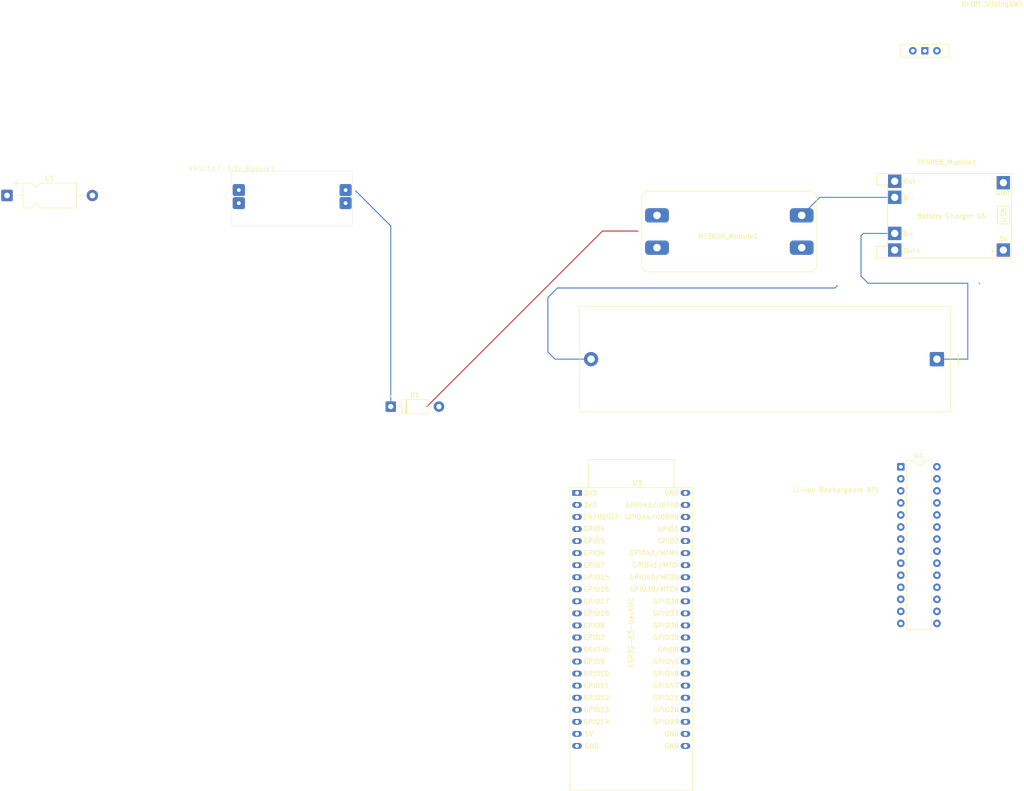
<source format=kicad_pcb>
(kicad_pcb (version 20241229) (generator "pcbnew") (generator_version "9.0")
  (layers (0 "F.Cu" signal) (2 "B.Cu" signal) (13 "F.Paste" user) (15 "B.Paste" user) (5 "F.SilkS" user "F.Silkscreen") (7 "B.SilkS" user "B.Silkscreen") (1 "F.Mask" user) (3 "B.Mask" user) (25 "Edge.Cuts" user))
  (net 0 "")
  (net 1 "GND")
  (net 2 "Net-(AMS1117-3.3V_Module1-VIN+)")
  (net 3 "Net-(AMS1117-3.3V_Module1-VOUT+)")
  (net 4 "Net-(D1-A)")
  (net 9 "Net-(MT3608_Module1-VIN+)")
  (net 40 "Net-(U3-GND-Pad22)")
  (net 75 "Net-(Li-ion Rechargable BT1-+)")
  (net 76 "Net-(Li-ion Rechargable BT1--)")
  (net 77 "Net-(OnOff_SlidingSW1-B)")
  (footprint "TMB_Library:TP4056-18650" (layer "F.Cu") (at 275.7 70.2 180)
    (property "Reference" "TP4056_Module1" (at 13.6 20.2 0) (layer "F.SilkS"))
    (property "Value" "~")
    (fp_line (start 28.4 17.8) (end 0 17.8) (stroke (width 0.15)) (layer "F.SilkS"))
    (fp_line (start 28.4 15.7) (end 28.4 17.8) (stroke (width 0.15)) (layer "F.SilkS"))
    (fp_line (start 28.4 15.4) (end 28.4 15.7) (stroke (width 0.15)) (layer "F.SilkS"))
    (fp_line (start 28.4 2.5) (end 26.1 2.5) (stroke (width 0.15)) (layer "F.SilkS"))
    (fp_line (start 28.4 0) (end 28.4 2.5) (stroke (width 0.15)) (layer "F.SilkS"))
    (fp_line (start 26.3 15.4) (end 28.4 15.4) (stroke (width 0.15)) (layer "F.SilkS"))
    (fp_line (start 26.3 0) (end 28.4 0) (stroke (width 0.15)) (layer "F.SilkS"))
    (fp_line (start 26.1 15.4) (end 26.4 15.4) (stroke (width 0.15)) (layer "F.SilkS"))
    (fp_line (start 26.1 2.5) (end 26.1 15.4) (stroke (width 0.15)) (layer "F.SilkS"))
    (fp_line (start 2.9 11) (end 0.4 11) (stroke (width 0.15)) (layer "F.SilkS"))
    (fp_line (start 2.9 7.2) (end 2.9 11) (stroke (width 0.15)) (layer "F.SilkS"))
    (fp_line (start 0.4 11) (end 0.4 7.3) (stroke (width 0.15)) (layer "F.SilkS"))
    (fp_line (start 0.4 7.2) (end 2.9 7.2) (stroke (width 0.15)) (layer "F.SilkS"))
    (fp_line (start 0 17.8) (end 0 0) (stroke (width 0.15)) (layer "F.SilkS"))
    (fp_line (start 0 0) (end 26.3 0) (stroke (width 0.15)) (layer "F.SilkS"))
    (fp_text user "Out-" (at 20.9 16.2 0) (layer "F.SilkS"))
    (fp_text user "USB" (at 1.6 9.1 90) (layer "F.SilkS"))
    (fp_text user "+" (at 3.9 1.6 0) (layer "F.SilkS"))
    (fp_text user "5v" (at 1.7 4.1 0) (layer "F.SilkS"))
    (fp_text user "Out+" (at 20.9 1.6 0) (layer "F.SilkS"))
    (fp_text user "-" (at 4 16.8 0) (layer "F.SilkS"))
    (fp_text user "B+" (at 21.7 5.1 0) (layer "F.SilkS"))
    (fp_text user "B-" (at 21.7 12.7 0) (layer "F.SilkS"))
    (fp_text user "GND" (at 1.8 13.7 0) (layer "F.SilkS"))
    (fp_text user "Battery Charger 1A" (at 12.7 8.9 0) (layer "F.SilkS"))
    (pad "1" thru_hole rect (at 1.7 1.7 180) (size 2.8 2.8) (drill 1.54) (layers "*.Cu" "*.Mask"))
    (pad "2" thru_hole rect (at 1.7 15.9 180) (size 2.8 2.8) (drill 1.54) (layers "*.Cu" "*.Mask"))
    (pad "3" thru_hole rect (at 24.6 1.7 180) (size 2.8 2.8) (drill 1.54) (layers "*.Cu" "*.Mask") (net 77 "Net-(OnOff_SlidingSW1-B)"))
    (pad "4" thru_hole rect (at 24.6 16.2 180) (size 2.8 2.8) (drill 1.54) (layers "*.Cu" "*.Mask") (net 76 "Net-(Li-ion Rechargable BT1--)"))
    (pad "5" thru_hole rect (at 24.6 5.2 180) (size 2.8 2.8) (drill 1.54) (layers "*.Cu" "*.Mask") (net 75 "Net-(Li-ion Rechargable BT1-+)"))
    (pad "6" thru_hole rect (at 24.6 12.8 180) (size 2.8 2.8) (drill 1.54) (layers "*.Cu" "*.Mask") (net 1 "GND"))
  )
  (footprint "Capacitor_THT:CP_Axial_L11.0mm_D5.0mm_P18.00mm_Horizontal" (layer "F.Cu") (at 64 57)
    (property "Reference" "C1" (at 9 -3.62 0) (layer "F.SilkS"))
    (property "Value" "10uF")
    (fp_line (start 1.28 -2.6) (end 3.08 -2.6) (stroke (width 0.12)) (layer "F.SilkS"))
    (fp_line (start 1.44 0) (end 3.38 0) (stroke (width 0.12)) (layer "F.SilkS"))
    (fp_line (start 2.18 -3.5) (end 2.18 -1.7) (stroke (width 0.12)) (layer "F.SilkS"))
    (fp_line (start 3.38 -2.62) (end 3.38 2.62) (stroke (width 0.12)) (layer "F.SilkS"))
    (fp_line (start 3.38 -2.62) (end 5.18 -2.62) (stroke (width 0.12)) (layer "F.SilkS"))
    (fp_line (start 3.38 2.62) (end 5.18 2.62) (stroke (width 0.12)) (layer "F.SilkS"))
    (fp_line (start 5.18 -2.62) (end 6.08 -1.72) (stroke (width 0.12)) (layer "F.SilkS"))
    (fp_line (start 5.18 2.62) (end 6.08 1.72) (stroke (width 0.12)) (layer "F.SilkS"))
    (fp_line (start 6.08 -1.72) (end 6.98 -2.62) (stroke (width 0.12)) (layer "F.SilkS"))
    (fp_line (start 6.08 1.72) (end 6.98 2.62) (stroke (width 0.12)) (layer "F.SilkS"))
    (fp_line (start 6.98 -2.62) (end 14.62 -2.62) (stroke (width 0.12)) (layer "F.SilkS"))
    (fp_line (start 6.98 2.62) (end 14.62 2.62) (stroke (width 0.12)) (layer "F.SilkS"))
    (fp_line (start 14.62 -2.62) (end 14.62 2.62) (stroke (width 0.12)) (layer "F.SilkS"))
    (fp_line (start 16.56 0) (end 14.62 0) (stroke (width 0.12)) (layer "F.SilkS"))
    (pad "1" thru_hole roundrect (at 0 0) (size 2.4 2.4) (drill 1.2) (layers "*.Cu" "*.Mask") (roundrect_rratio 0.104167) (net 1 "GND"))
    (pad "2" thru_hole circle (at 18 0) (size 2.4 2.4) (drill 1.2) (layers "*.Cu" "*.Mask") (net 3 "Net-(AMS1117-3.3V_Module1-VOUT+)"))
  )
  (footprint "Battery:BatteryHolder_MPD_BK-18650-PC2" (layer "F.Cu") (at 260 91.5 180)
    (property "Reference" "Li-ion Rechargable BT1" (at 21.25 -27.54 0) (layer "F.SilkS"))
    (property "Value" "3.7V 18650")
    (fp_line (start 75.34 11.1) (end -2.84 11.1) (stroke (width 0.12)) (layer "F.SilkS"))
    (fp_line (start 75.34 -11.1) (end 75.34 11.1) (stroke (width 0.12)) (layer "F.SilkS"))
    (fp_line (start -2.84 11.1) (end -2.84 -11.1) (stroke (width 0.12)) (layer "F.SilkS"))
    (fp_line (start -2.84 -11.1) (end 75.34 -11.1) (stroke (width 0.12)) (layer "F.SilkS"))
    (fp_text user "+" (at -4.5 0.05 0) (layer "F.SilkS") (effects (font (size 3 3))))
    (pad "" np_thru_hole circle (at 8.445 0 180) (size 3.2 3.2) (drill 3.2) (layers "*.Cu" "*.Mask"))
    (pad "" np_thru_hole circle (at 64.055 0 180) (size 3.2 3.2) (drill 3.2) (layers "*.Cu" "*.Mask"))
    (pad "1" thru_hole roundrect (at 0 0 180) (size 3 3) (drill 1.57) (layers "*.Cu" "*.Mask") (roundrect_rratio 0.083333) (net 75 "Net-(Li-ion Rechargable BT1-+)"))
    (pad "2" thru_hole circle (at 72.9 0 180) (size 3 3) (drill 1.57) (layers "*.Cu" "*.Mask") (net 76 "Net-(Li-ion Rechargable BT1--)"))
  )
  (footprint "Diode_THT:D_DO-41_SOD81_P10.16mm_Horizontal" (layer "F.Cu") (at 144.88 101.5)
    (property "Reference" "D1" (at 5.08 -2.47 0) (layer "F.SilkS"))
    (property "Value" "1N5819")
    (fp_line (start 1.34 0) (end 2.36 0) (stroke (width 0.12)) (layer "F.SilkS"))
    (fp_line (start 3.14 -1.47) (end 3.14 1.47) (stroke (width 0.12)) (layer "F.SilkS"))
    (fp_line (start 3.26 -1.47) (end 3.26 1.47) (stroke (width 0.12)) (layer "F.SilkS"))
    (fp_line (start 3.38 -1.47) (end 3.38 1.47) (stroke (width 0.12)) (layer "F.SilkS"))
    (fp_line (start 8.82 0) (end 7.8 0) (stroke (width 0.12)) (layer "F.SilkS"))
    (fp_rect (start 2.36 -1.47) (end 7.8 1.47) (stroke (width 0.12)) (fill no) (layer "F.SilkS"))
    (fp_text user "K" (at 0 -2.1 0) (layer "F.SilkS"))
    (pad "1" thru_hole roundrect (at 0 0) (size 2.2 2.2) (drill 1.1) (layers "*.Cu" "*.Mask") (roundrect_rratio 0.113636) (net 2 "Net-(AMS1117-3.3V_Module1-VIN+)"))
    (pad "2" thru_hole circle (at 10.16 0) (size 2.2 2.2) (drill 1.1) (layers "*.Cu" "*.Mask") (net 4 "Net-(D1-A)"))
  )
  (footprint "Button_Switch_THT:SW_Slide-03_Wuerth-WS-SLTV_10x2.5x6.4_P2.54mm" (layer "F.Cu") (at 257.46 26.5)
    (property "Reference" "OnOff_SlidingSW1" (at 14.22 -9.85 0) (layer "F.SilkS"))
    (property "Value" "SW_Wuerth_450301014042" (hide yes))
    (fp_rect (start -5.11 -1.36) (end 5.11 1.36) (stroke (width 0.12)) (fill no) (layer "F.SilkS"))
    (pad "1" thru_hole rect (at 0 0) (size 1.5 1.5) (drill 0.8) (layers "*.Cu" "*.Mask") (net 77 "Net-(OnOff_SlidingSW1-B)"))
    (pad "2" thru_hole circle (at -2.54 0) (size 1.6 1.6) (drill 0.8) (layers "*.Cu" "*.Mask") (net 9 "Net-(MT3608_Module1-VIN+)"))
    (pad "3" thru_hole circle (at 2.54 0) (size 1.6 1.6) (drill 0.8) (layers "*.Cu" "*.Mask"))
  )
  (footprint "Package_DIP:DIP-28_W7.62mm" (layer "F.Cu") (at 252.38 114.18)
    (property "Reference" "U1" (at 3.81 -2.33 0) (layer "F.SilkS"))
    (property "Value" "MCP23017_SP")
    (fp_line (start 1.16 -1.33) (end 1.16 34.35) (stroke (width 0.12)) (layer "F.SilkS"))
    (fp_line (start 1.16 34.35) (end 6.46 34.35) (stroke (width 0.12)) (layer "F.SilkS"))
    (fp_line (start 2.81 -1.33) (end 1.16 -1.33) (stroke (width 0.12)) (layer "F.SilkS"))
    (fp_line (start 6.46 -1.33) (end 4.81 -1.33) (stroke (width 0.12)) (layer "F.SilkS"))
    (fp_line (start 6.46 34.35) (end 6.46 -1.33) (stroke (width 0.12)) (layer "F.SilkS"))
    (fp_arc (start 4.81 -1.33) (mid 3.81 -0.33) (end 2.81 -1.33) (stroke (width 0.12)) (layer "F.SilkS"))
    (pad "1" thru_hole roundrect (at 0 0) (size 1.6 1.6) (drill 0.8) (layers "*.Cu" "*.Mask") (roundrect_rratio 0.15625))
    (pad "2" thru_hole circle (at 0 2.54) (size 1.6 1.6) (drill 0.8) (layers "*.Cu" "*.Mask"))
    (pad "3" thru_hole circle (at 0 5.08) (size 1.6 1.6) (drill 0.8) (layers "*.Cu" "*.Mask"))
    (pad "4" thru_hole circle (at 0 7.62) (size 1.6 1.6) (drill 0.8) (layers "*.Cu" "*.Mask"))
    (pad "5" thru_hole circle (at 0 10.16) (size 1.6 1.6) (drill 0.8) (layers "*.Cu" "*.Mask"))
    (pad "6" thru_hole circle (at 0 12.7) (size 1.6 1.6) (drill 0.8) (layers "*.Cu" "*.Mask"))
    (pad "7" thru_hole circle (at 0 15.24) (size 1.6 1.6) (drill 0.8) (layers "*.Cu" "*.Mask"))
    (pad "8" thru_hole circle (at 0 17.78) (size 1.6 1.6) (drill 0.8) (layers "*.Cu" "*.Mask"))
    (pad "9" thru_hole circle (at 0 20.32) (size 1.6 1.6) (drill 0.8) (layers "*.Cu" "*.Mask"))
    (pad "10" thru_hole circle (at 0 22.86) (size 1.6 1.6) (drill 0.8) (layers "*.Cu" "*.Mask"))
    (pad "11" thru_hole circle (at 0 25.4) (size 1.6 1.6) (drill 0.8) (layers "*.Cu" "*.Mask"))
    (pad "12" thru_hole circle (at 0 27.94) (size 1.6 1.6) (drill 0.8) (layers "*.Cu" "*.Mask"))
    (pad "13" thru_hole circle (at 0 30.48) (size 1.6 1.6) (drill 0.8) (layers "*.Cu" "*.Mask"))
    (pad "14" thru_hole circle (at 0 33.02) (size 1.6 1.6) (drill 0.8) (layers "*.Cu" "*.Mask"))
    (pad "15" thru_hole circle (at 7.62 33.02) (size 1.6 1.6) (drill 0.8) (layers "*.Cu" "*.Mask"))
    (pad "16" thru_hole circle (at 7.62 30.48) (size 1.6 1.6) (drill 0.8) (layers "*.Cu" "*.Mask"))
    (pad "17" thru_hole circle (at 7.62 27.94) (size 1.6 1.6) (drill 0.8) (layers "*.Cu" "*.Mask"))
    (pad "18" thru_hole circle (at 7.62 25.4) (size 1.6 1.6) (drill 0.8) (layers "*.Cu" "*.Mask"))
    (pad "19" thru_hole circle (at 7.62 22.86) (size 1.6 1.6) (drill 0.8) (layers "*.Cu" "*.Mask"))
    (pad "20" thru_hole circle (at 7.62 20.32) (size 1.6 1.6) (drill 0.8) (layers "*.Cu" "*.Mask"))
    (pad "21" thru_hole circle (at 7.62 17.78) (size 1.6 1.6) (drill 0.8) (layers "*.Cu" "*.Mask"))
    (pad "22" thru_hole circle (at 7.62 15.24) (size 1.6 1.6) (drill 0.8) (layers "*.Cu" "*.Mask"))
    (pad "23" thru_hole circle (at 7.62 12.7) (size 1.6 1.6) (drill 0.8) (layers "*.Cu" "*.Mask"))
    (pad "24" thru_hole circle (at 7.62 10.16) (size 1.6 1.6) (drill 0.8) (layers "*.Cu" "*.Mask"))
    (pad "25" thru_hole circle (at 7.62 7.62) (size 1.6 1.6) (drill 0.8) (layers "*.Cu" "*.Mask"))
    (pad "26" thru_hole circle (at 7.62 5.08) (size 1.6 1.6) (drill 0.8) (layers "*.Cu" "*.Mask"))
    (pad "27" thru_hole circle (at 7.62 2.54) (size 1.6 1.6) (drill 0.8) (layers "*.Cu" "*.Mask"))
    (pad "28" thru_hole circle (at 7.62 0) (size 1.6 1.6) (drill 0.8) (layers "*.Cu" "*.Mask"))
  )
  (footprint "TMB_Library:MT3608-hw-045" (layer "F.Cu") (at 216 65.1)
    (property "Reference" "MT3608_Module1" (at 0 0.5 0) (layer "F.SilkS"))
    (property "Value" "~")
    (fp_line (start -18.3 -8) (end -17.3 -9) (stroke (width 0.12)) (layer "F.SilkS"))
    (fp_line (start -18.3 7) (end -18.3 -8) (stroke (width 0.12)) (layer "F.SilkS"))
    (fp_line (start -18.3 7) (end -17.3 8) (stroke (width 0.12)) (layer "F.SilkS"))
    (fp_line (start -17.3 -9) (end 17.7 -9) (stroke (width 0.12)) (layer "F.SilkS"))
    (fp_line (start -17.3 8) (end 17.7 8) (stroke (width 0.12)) (layer "F.SilkS"))
    (fp_line (start 17.7 8) (end 18.7 7) (stroke (width 0.12)) (layer "F.SilkS"))
    (fp_line (start 18.7 -8) (end 17.7 -9) (stroke (width 0.12)) (layer "F.SilkS"))
    (fp_line (start 18.7 7) (end 18.7 -8) (stroke (width 0.12)) (layer "F.SilkS"))
    (pad "1" thru_hole roundrect (at -15 2.9) (size 5 3) (drill 1.6) (layers "*.Cu" "*.Mask") (net 9 "Net-(MT3608_Module1-VIN+)"))
    (pad "2" thru_hole roundrect (at -15 -3.9) (size 5 3) (drill 1.6) (layers "*.Cu" "*.Mask") (net 1 "GND"))
    (pad "3" thru_hole roundrect (at 15.5 -3.9) (size 5 3) (drill 1.6) (layers "*.Cu" "*.Mask") (net 1 "GND"))
    (pad "4" thru_hole roundrect (at 15.5 2.9) (size 5 3) (drill 1.6) (layers "*.Cu" "*.Mask") (net 4 "Net-(D1-A)"))
  )
  (footprint "PCM_Espressif:ESP32-S3-DevKitC" (layer "F.Cu") (at 184.14 119.68)
    (property "Reference" "U3" (at 12.7 -2.1 0) (layer "F.SilkS"))
    (property "Value" "ESP32-S3-DevKitC" (at 11.42632 29.46128 90) (layer "F.SilkS"))
    (fp_line (start -1.5 62.79728) (end 24.359999 62.79728) (stroke (width 0.12)) (layer "F.SilkS"))
    (fp_line (start -1.499999 -1.1) (end -1.5 62.79728) (stroke (width 0.12)) (layer "F.SilkS"))
    (fp_line (start 2.46012 -7.01312) (end 20.44332 -7.01312) (stroke (width 0.12)) (layer "F.SilkS"))
    (fp_line (start 2.46012 -1.12032) (end 2.46012 -7.01312) (stroke (width 0.12)) (layer "F.SilkS"))
    (fp_line (start 20.44332 -7.01312) (end 20.44332 -1.12032) (stroke (width 0.12)) (layer "F.SilkS"))
    (fp_line (start 24.359999 62.79728) (end 24.36 -1.1) (stroke (width 0.12)) (layer "F.SilkS"))
    (fp_line (start 24.36 -1.1) (end -1.499999 -1.1) (stroke (width 0.12)) (layer "F.SilkS"))
    (fp_text user "GPIO42/MTMS" (at 21.59 12.7 0) (layer "F.SilkS") (effects (justify right)))
    (fp_text user "GPIO35" (at 21.59 30.48 0) (layer "F.SilkS") (effects (justify right)))
    (fp_text user "3V3" (at 1.27 0 0) (layer "F.SilkS") (effects (justify left)))
    (fp_text user "GPIO3" (at 1.27 30.48 0) (layer "F.SilkS") (effects (justify left)))
    (fp_text user "GPIO8" (at 1.27 27.94 0) (layer "F.SilkS") (effects (justify left)))
    (fp_text user "GPIO19" (at 21.59 48.26 0) (layer "F.SilkS") (effects (justify right)))
    (fp_text user "EN/RESET" (at 8.88632 5.07728 0) (layer "F.SilkS") (effects (justify right)))
    (fp_text user "GPIO16" (at 1.27 20.32 0) (layer "F.SilkS") (effects (justify left)))
    (fp_text user "5V" (at 1.52032 50.79728 0) (layer "F.SilkS") (effects (justify left)))
    (fp_text user "GPIO44/U0RXD" (at 21.59 5.08 0) (layer "F.SilkS") (effects (justify right)))
    (fp_text user "GPIO6" (at 1.27 12.7 0) (layer "F.SilkS") (effects (justify left)))
    (fp_text user "GPIO48" (at 21.59 38.1 0) (layer "F.SilkS") (effects (justify right)))
    (fp_text user "3V3" (at 1.27 2.54 0) (layer "F.SilkS") (effects (justify left)))
    (fp_text user "GPIO11" (at 1.27 40.64 0) (layer "F.SilkS") (effects (justify left)))
    (fp_text user "GPIO17" (at 1.27 22.86 0) (layer "F.SilkS") (effects (justify left)))
    (fp_text user "GPIO10" (at 1.27 38.1 0) (layer "F.SilkS") (effects (justify left)))
    (fp_text user "GPIO37" (at 21.59 25.4 0) (layer "F.SilkS") (effects (justify right)))
    (fp_text user "GPIO40/MTDO" (at 21.59 17.78 0) (layer "F.SilkS") (effects (justify right)))
    (fp_text user "GND" (at 1.52032 53.33728 0) (layer "F.SilkS") (effects (justify left)))
    (fp_text user "GND" (at 21.59 50.8 0) (layer "F.SilkS") (effects (justify right)))
    (fp_text user "GPIO47" (at 21.59 40.64 0) (layer "F.SilkS") (effects (justify right)))
    (fp_text user "GPIO20" (at 21.59 45.72 0) (layer "F.SilkS") (effects (justify right)))
    (fp_text user "GPIO21" (at 21.59 43.18 0) (layer "F.SilkS") (effects (justify right)))
    (fp_text user "GPIO5" (at 1.27 10.16 0) (layer "F.SilkS") (effects (justify left)))
    (fp_text user "GPIO4" (at 1.27 7.62 0) (layer "F.SilkS") (effects (justify left)))
    (fp_text user "GPIO2" (at 21.59 10.16 0) (layer "F.SilkS") (effects (justify right)))
    (fp_text user "GPIO0" (at 21.59 33.02 0) (layer "F.SilkS") (effects (justify right)))
    (fp_text user "GPIO46" (at 1.27 33.02 0) (layer "F.SilkS") (effects (justify left)))
    (fp_text user "GPIO15" (at 1.27 17.78 0) (layer "F.SilkS") (effects (justify left)))
    (fp_text user "GPIO45" (at 21.59 35.56 0) (layer "F.SilkS") (effects (justify right)))
    (fp_text user "GPIO12" (at 1.27 43.18 0) (layer "F.SilkS") (effects (justify left)))
    (fp_text user "GPIO7" (at 1.27 15.24 0) (layer "F.SilkS") (effects (justify left)))
    (fp_text user "GPIO1" (at 21.59 7.62 0) (layer "F.SilkS") (effects (justify right)))
    (fp_text user "GPIO43/U0TXD" (at 21.59 2.54 0) (layer "F.SilkS") (effects (justify right)))
    (fp_text user "GPIO14" (at 1.27 48.26 0) (layer "F.SilkS") (effects (justify left)))
    (fp_text user "GPIO9" (at 1.27 35.56 0) (layer "F.SilkS") (effects (justify left)))
    (fp_text user "GPIO36" (at 21.59 27.94 0) (layer "F.SilkS") (effects (justify right)))
    (fp_text user "GND" (at 21.59 0 0) (layer "F.SilkS") (effects (justify right)))
    (fp_text user "GPIO38" (at 21.59 22.86 0) (layer "F.SilkS") (effects (justify right)))
    (fp_text user "GND" (at 21.59 53.34 0) (layer "F.SilkS") (effects (justify right)))
    (fp_text user "GPIO13" (at 1.27 45.72 0) (layer "F.SilkS") (effects (justify left)))
    (fp_text user "GPIO41/MTDI" (at 21.59 15.24 0) (layer "F.SilkS") (effects (justify right)))
    (fp_text user "GPIO18" (at 1.27 25.4 0) (layer "F.SilkS") (effects (justify left)))
    (fp_text user "GPIO39/MTCK" (at 21.59 20.32 0) (layer "F.SilkS") (effects (justify right)))
    (pad "1" thru_hole rect (at 0 0 270) (size 1.2 2) (drill 0.8) (layers "*.Cu" "*.Mask") (net 3 "Net-(AMS1117-3.3V_Module1-VOUT+)"))
    (pad "2" thru_hole oval (at 0 2.54 270) (size 1.2 2) (drill 0.8) (layers "*.Cu" "*.Mask") (net 3 "Net-(AMS1117-3.3V_Module1-VOUT+)"))
    (pad "3" thru_hole oval (at 0 5.08 270) (size 1.2 2) (drill 0.8) (layers "*.Cu" "*.Mask"))
    (pad "4" thru_hole oval (at 0 7.62 270) (size 1.2 2) (drill 0.8) (layers "*.Cu" "*.Mask"))
    (pad "5" thru_hole oval (at 0 10.16 270) (size 1.2 2) (drill 0.8) (layers "*.Cu" "*.Mask"))
    (pad "6" thru_hole oval (at 0 12.7 270) (size 1.2 2) (drill 0.8) (layers "*.Cu" "*.Mask"))
    (pad "7" thru_hole oval (at 0 15.24 270) (size 1.2 2) (drill 0.8) (layers "*.Cu" "*.Mask"))
    (pad "8" thru_hole oval (at 0 17.78 270) (size 1.2 2) (drill 0.8) (layers "*.Cu" "*.Mask"))
    (pad "9" thru_hole oval (at 0 20.32 270) (size 1.2 2) (drill 0.8) (layers "*.Cu" "*.Mask"))
    (pad "10" thru_hole oval (at 0 22.86 270) (size 1.2 2) (drill 0.8) (layers "*.Cu" "*.Mask"))
    (pad "11" thru_hole oval (at 0 25.4 270) (size 1.2 2) (drill 0.8) (layers "*.Cu" "*.Mask"))
    (pad "12" thru_hole oval (at 0 27.94 270) (size 1.2 2) (drill 0.8) (layers "*.Cu" "*.Mask"))
    (pad "13" thru_hole oval (at 0 30.48 270) (size 1.2 2) (drill 0.8) (layers "*.Cu" "*.Mask"))
    (pad "14" thru_hole oval (at 0 33.02 270) (size 1.2 2) (drill 0.8) (layers "*.Cu" "*.Mask"))
    (pad "15" thru_hole oval (at 0 35.56 270) (size 1.2 2) (drill 0.8) (layers "*.Cu" "*.Mask"))
    (pad "16" thru_hole oval (at 0 38.1 270) (size 1.2 2) (drill 0.8) (layers "*.Cu" "*.Mask"))
    (pad "17" thru_hole oval (at 0 40.64 270) (size 1.2 2) (drill 0.8) (layers "*.Cu" "*.Mask"))
    (pad "18" thru_hole oval (at 0 43.18 270) (size 1.2 2) (drill 0.8) (layers "*.Cu" "*.Mask"))
    (pad "19" thru_hole oval (at 0 45.72 270) (size 1.2 2) (drill 0.8) (layers "*.Cu" "*.Mask"))
    (pad "20" thru_hole oval (at -0.00368 48.25728 270) (size 1.2 2) (drill 0.8) (layers "*.Cu" "*.Mask"))
    (pad "21" thru_hole oval (at -0.00368 50.79728 270) (size 1.2 2) (drill 0.8) (layers "*.Cu" "*.Mask"))
    (pad "22" thru_hole oval (at -0.00368 53.33728 270) (size 1.2 2) (drill 0.8) (layers "*.Cu" "*.Mask") (net 40 "Net-(U3-GND-Pad22)"))
    (pad "23" thru_hole oval (at 22.86 53.34 270) (size 1.2 2) (drill 0.8) (layers "*.Cu" "*.Mask") (net 40 "Net-(U3-GND-Pad22)"))
    (pad "24" thru_hole oval (at 22.86 50.8 270) (size 1.2 2) (drill 0.8) (layers "*.Cu" "*.Mask") (net 40 "Net-(U3-GND-Pad22)"))
    (pad "25" thru_hole oval (at 22.86 48.26 270) (size 1.2 2) (drill 0.8) (layers "*.Cu" "*.Mask"))
    (pad "26" thru_hole oval (at 22.86 45.72 270) (size 1.2 2) (drill 0.8) (layers "*.Cu" "*.Mask"))
    (pad "27" thru_hole oval (at 22.86 43.18 270) (size 1.2 2) (drill 0.8) (layers "*.Cu" "*.Mask"))
    (pad "28" thru_hole oval (at 22.86 40.64 270) (size 1.2 2) (drill 0.8) (layers "*.Cu" "*.Mask"))
    (pad "29" thru_hole oval (at 22.86 38.1 270) (size 1.2 2) (drill 0.8) (layers "*.Cu" "*.Mask"))
    (pad "30" thru_hole oval (at 22.86 35.56 270) (size 1.2 2) (drill 0.8) (layers "*.Cu" "*.Mask"))
    (pad "31" thru_hole oval (at 22.86 33.02 270) (size 1.2 2) (drill 0.8) (layers "*.Cu" "*.Mask"))
    (pad "32" thru_hole oval (at 22.86 30.48 270) (size 1.2 2) (drill 0.8) (layers "*.Cu" "*.Mask"))
    (pad "33" thru_hole oval (at 22.86 27.94 270) (size 1.2 2) (drill 0.8) (layers "*.Cu" "*.Mask"))
    (pad "34" thru_hole oval (at 22.86 25.4 270) (size 1.2 2) (drill 0.8) (layers "*.Cu" "*.Mask"))
    (pad "35" thru_hole oval (at 22.86 22.86 270) (size 1.2 2) (drill 0.8) (layers "*.Cu" "*.Mask"))
    (pad "36" thru_hole oval (at 22.86 20.32 270) (size 1.2 2) (drill 0.8) (layers "*.Cu" "*.Mask"))
    (pad "37" thru_hole oval (at 22.86 17.78 270) (size 1.2 2) (drill 0.8) (layers "*.Cu" "*.Mask"))
    (pad "38" thru_hole oval (at 22.86 15.24 270) (size 1.2 2) (drill 0.8) (layers "*.Cu" "*.Mask"))
    (pad "39" thru_hole oval (at 22.86 12.7 270) (size 1.2 2) (drill 0.8) (layers "*.Cu" "*.Mask"))
    (pad "40" thru_hole oval (at 22.86 10.16 270) (size 1.2 2) (drill 0.8) (layers "*.Cu" "*.Mask"))
    (pad "41" thru_hole oval (at 22.86 7.62 270) (size 1.2 2) (drill 0.8) (layers "*.Cu" "*.Mask"))
    (pad "42" thru_hole oval (at 22.86 5.08 270) (size 1.2 2) (drill 0.8) (layers "*.Cu" "*.Mask"))
    (pad "43" thru_hole oval (at 22.86 2.54 270) (size 1.2 2) (drill 0.8) (layers "*.Cu" "*.Mask"))
    (pad "44" thru_hole oval (at 22.86 0 270) (size 1.2 2) (drill 0.8) (layers "*.Cu" "*.Mask") (net 40 "Net-(U3-GND-Pad22)"))
  )
  (footprint "TMB_Library:AMS1117-3.3V" (layer "F.Cu") (at 111.3625 51.8625)
    (property "Reference" "AMS1117-3.3V_Module1" (at 0 -0.5 0) (layer "F.SilkS") (effects (font (thickness 0.1))))
    (property "Value" "~")
    (fp_rect (start 0 0) (end 25.5 11.5) (stroke (width 0.05)) (fill no) (layer "Edge.Cuts"))
    (pad "1" thru_hole roundrect (at 24 4 180) (size 2.54 2.5) (drill 0.8) (layers "*.Cu" "*.Mask") (roundrect_rratio 0.15) (net 2 "Net-(AMS1117-3.3V_Module1-VIN+)"))
    (pad "2" thru_hole roundrect (at 24 6.75 180) (size 2.54 2.5) (drill 0.8) (layers "*.Cu" "*.Mask") (roundrect_rratio 0.15) (net 1 "GND"))
    (pad "3" thru_hole roundrect (at 1.5 4 180) (size 2.54 2.5) (drill 0.8) (layers "*.Cu" "*.Mask") (roundrect_rratio 0.15) (net 3 "Net-(AMS1117-3.3V_Module1-VOUT+)"))
    (pad "4" thru_hole roundrect (at 1.5 6.75 180) (size 2.54 2.5) (drill 0.8) (layers "*.Cu" "*.Mask") (roundrect_rratio 0.15) (net 1 "GND"))
  )
  (segment (start 251.1 57.4) (end 235.3 57.4) (width 0.2) (layer "B.Cu") (net 1))
  (segment (start 235.3 57.4) (end 231.5 61.2) (width 0.2) (layer "B.Cu") (net 1))
  (segment (start 144.88 101.5) (end 144.88 63.4165) (width 0.2) (layer "B.Cu") (net 2))
  (segment (start 144.88 63.4165) (end 137.4635 56) (width 0.2) (layer "B.Cu") (net 2))
  (segment (start 111.9635 55.8625) (end 111.9635 57) (width 0.2) (layer "F.Cu") (net 3))
  (segment (start 112.8625 55.8625) (end 111.9635 55.8625) (width 0.2) (layer "F.Cu") (net 3))
  (segment (start 112.8625 55.8625) (end 111.9635 55.8625) (width 0.2) (layer "B.Cu") (net 3))
  (segment (start 111.9635 55.8625) (end 111.9635 57.0615) (width 0.2) (layer "B.Cu") (net 3))
  (segment (start 197 64.5) (end 189.5 64.5) (width 0.2) (layer "F.Cu") (net 4))
  (segment (start 189.5 64.5) (end 152.5 101.5) (width 0.2) (layer "F.Cu") (net 4))
  (segment (start 244.5 65) (end 244 65.5) (width 0.2) (layer "B.Cu") (net 75))
  (segment (start 268.901 75.599) (end 269 75.5) (width 0.2) (layer "B.Cu") (net 75))
  (segment (start 245.5 75.5) (end 266.5 75.5) (width 0.2) (layer "B.Cu") (net 75))
  (segment (start 244 74) (end 245.5 75.5) (width 0.2) (layer "B.Cu") (net 75))
  (segment (start 266.5 91.5) (end 260 91.5) (width 0.2) (layer "B.Cu") (net 75))
  (segment (start 251.1 65) (end 244.5 65) (width 0.2) (layer "B.Cu") (net 75))
  (segment (start 244 65.5) (end 244 74) (width 0.2) (layer "B.Cu") (net 75))
  (segment (start 266.5 75.5) (end 266.5 91.5) (width 0.2) (layer "B.Cu") (net 75))
  (segment (start 178 90) (end 178 78.5) (width 0.2) (layer "B.Cu") (net 76))
  (segment (start 179.5 91.5) (end 178 90) (width 0.2) (layer "B.Cu") (net 76))
  (segment (start 178 78.5) (end 180 76.5) (width 0.2) (layer "B.Cu") (net 76))
  (segment (start 187.1 91.5) (end 179.5 91.5) (width 0.2) (layer "B.Cu") (net 76))
  (segment (start 238.5 76.5) (end 239 76) (width 0.2) (layer "B.Cu") (net 76))
  (segment (start 180 76.5) (end 238.5 76.5) (width 0.2) (layer "B.Cu") (net 76))
  (segment (start 251.1 68.5) (end 251.1 68.6) (width 0.2) (layer "B.Cu") (net 77))
)
</source>
